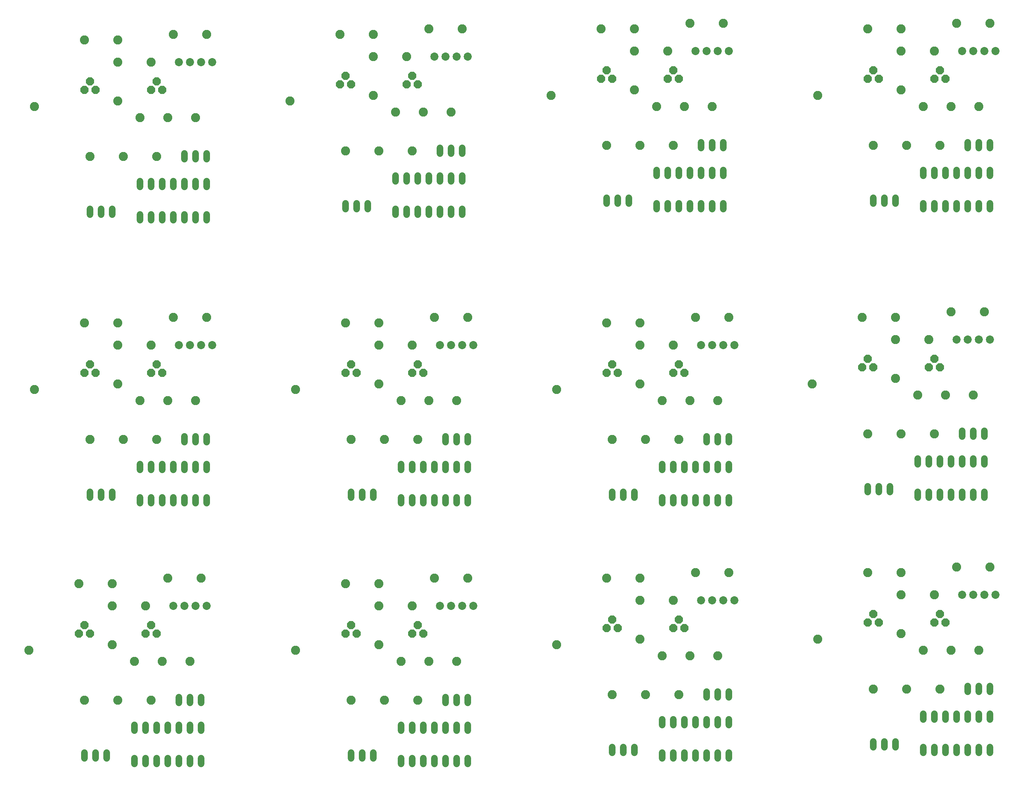
<source format=gts>
G75*
G70*
%OFA0B0*%
%FSLAX24Y24*%
%IPPOS*%
%LPD*%
%AMOC8*
5,1,8,0,0,1.08239X$1,22.5*
%
%ADD10C,0.0820*%
%ADD11C,0.0730*%
%ADD12C,0.0600*%
%ADD13OC8,0.0740*%
D10*
X010600Y010100D03*
X013600Y010100D03*
X016600Y010100D03*
X017600Y013600D03*
X015100Y013600D03*
X013100Y015100D03*
X013100Y018600D03*
X013100Y020600D03*
X010100Y020600D03*
X016100Y018600D03*
X018100Y021100D03*
X021100Y021100D03*
X029600Y014600D03*
X034600Y010100D03*
X037600Y010100D03*
X040600Y010100D03*
X041600Y013600D03*
X039100Y013600D03*
X037100Y015100D03*
X037100Y018600D03*
X037100Y020600D03*
X034100Y020600D03*
X040100Y018600D03*
X042100Y021100D03*
X045100Y021100D03*
X053100Y015100D03*
X058100Y010600D03*
X061100Y010600D03*
X064100Y010600D03*
X065100Y014100D03*
X062600Y014100D03*
X060600Y015600D03*
X060600Y019100D03*
X060600Y021100D03*
X057600Y021100D03*
X063600Y019100D03*
X065600Y021600D03*
X068600Y021600D03*
X076600Y015600D03*
X081600Y011100D03*
X084600Y011100D03*
X087600Y011100D03*
X088600Y014600D03*
X091100Y014600D03*
X086100Y014600D03*
X084100Y016100D03*
X084100Y019600D03*
X084100Y021600D03*
X081100Y021600D03*
X087100Y019600D03*
X089100Y022100D03*
X092100Y022100D03*
X087100Y034100D03*
X084100Y034100D03*
X081100Y034100D03*
X085600Y037600D03*
X083600Y039100D03*
X083600Y042600D03*
X083600Y044600D03*
X080600Y044600D03*
X086600Y042600D03*
X088600Y045100D03*
X091600Y045100D03*
X090600Y037600D03*
X088100Y037600D03*
X076100Y038600D03*
X067600Y037100D03*
X065100Y037100D03*
X062600Y037100D03*
X060600Y038600D03*
X060600Y042100D03*
X060600Y044100D03*
X057600Y044100D03*
X063600Y042100D03*
X065600Y044600D03*
X068600Y044600D03*
X064100Y033600D03*
X061100Y033600D03*
X058100Y033600D03*
X053100Y038100D03*
X044100Y037100D03*
X041600Y037100D03*
X039100Y037100D03*
X037100Y038600D03*
X037100Y042100D03*
X037100Y044100D03*
X034100Y044100D03*
X040100Y042100D03*
X042100Y044600D03*
X045100Y044600D03*
X040600Y033600D03*
X037600Y033600D03*
X034600Y033600D03*
X029600Y038100D03*
X021600Y044600D03*
X018600Y044600D03*
X016600Y042100D03*
X013600Y042100D03*
X013600Y044100D03*
X010600Y044100D03*
X013600Y038600D03*
X015600Y037100D03*
X018100Y037100D03*
X020600Y037100D03*
X017100Y033600D03*
X014100Y033600D03*
X011100Y033600D03*
X006100Y038100D03*
X011100Y059100D03*
X014100Y059100D03*
X017100Y059100D03*
X018100Y062600D03*
X020600Y062600D03*
X015600Y062600D03*
X013600Y064100D03*
X013600Y067600D03*
X013600Y069600D03*
X010600Y069600D03*
X016600Y067600D03*
X018600Y070100D03*
X021600Y070100D03*
X029100Y064100D03*
X034100Y059600D03*
X037100Y059600D03*
X040100Y059600D03*
X041100Y063100D03*
X043600Y063100D03*
X038600Y063100D03*
X036600Y064600D03*
X036600Y068100D03*
X036600Y070100D03*
X033600Y070100D03*
X039600Y068100D03*
X041600Y070600D03*
X044600Y070600D03*
X052600Y064600D03*
X057600Y060100D03*
X060600Y060100D03*
X063600Y060100D03*
X064600Y063600D03*
X062100Y063600D03*
X060100Y065100D03*
X060100Y068600D03*
X060100Y070600D03*
X063100Y068600D03*
X065100Y071100D03*
X068100Y071100D03*
X076600Y064600D03*
X081600Y060100D03*
X084600Y060100D03*
X087600Y060100D03*
X088600Y063600D03*
X091100Y063600D03*
X086100Y063600D03*
X084100Y065100D03*
X084100Y068600D03*
X084100Y070600D03*
X081100Y070600D03*
X087100Y068600D03*
X089100Y071100D03*
X092100Y071100D03*
X067100Y063600D03*
X057100Y070600D03*
X006100Y063600D03*
X005600Y014600D03*
X020100Y013600D03*
X044100Y013600D03*
X067600Y014100D03*
D11*
X067100Y019100D03*
X066100Y019100D03*
X068100Y019100D03*
X069100Y019100D03*
X089600Y019600D03*
X090600Y019600D03*
X091600Y019600D03*
X092600Y019600D03*
X092100Y042600D03*
X091100Y042600D03*
X090100Y042600D03*
X089100Y042600D03*
X069100Y042100D03*
X068100Y042100D03*
X067100Y042100D03*
X066100Y042100D03*
X045600Y042100D03*
X044600Y042100D03*
X043600Y042100D03*
X042600Y042100D03*
X022100Y042100D03*
X021100Y042100D03*
X020100Y042100D03*
X019100Y042100D03*
X018600Y018600D03*
X019600Y018600D03*
X020600Y018600D03*
X021600Y018600D03*
X042600Y018600D03*
X043600Y018600D03*
X044600Y018600D03*
X045600Y018600D03*
X045100Y068100D03*
X044100Y068100D03*
X043100Y068100D03*
X042100Y068100D03*
X022100Y067600D03*
X021100Y067600D03*
X020100Y067600D03*
X019100Y067600D03*
X065600Y068600D03*
X066600Y068600D03*
X067600Y068600D03*
X068600Y068600D03*
X089600Y068600D03*
X090600Y068600D03*
X091600Y068600D03*
X092600Y068600D03*
D12*
X010600Y005360D02*
X010600Y004840D01*
X011600Y004840D02*
X011600Y005360D01*
X012600Y005360D02*
X012600Y004840D01*
X015100Y004860D02*
X015100Y004340D01*
X016100Y004340D02*
X016100Y004860D01*
X017100Y004860D02*
X017100Y004340D01*
X018100Y004340D02*
X018100Y004860D01*
X019100Y004860D02*
X019100Y004340D01*
X020100Y004340D02*
X020100Y004860D01*
X021100Y004860D02*
X021100Y004340D01*
X021100Y007340D02*
X021100Y007860D01*
X020100Y007860D02*
X020100Y007340D01*
X019100Y007340D02*
X019100Y007860D01*
X018100Y007860D02*
X018100Y007340D01*
X017100Y007340D02*
X017100Y007860D01*
X016100Y007860D02*
X016100Y007340D01*
X015100Y007340D02*
X015100Y007860D01*
X019100Y009840D02*
X019100Y010360D01*
X020100Y010360D02*
X020100Y009840D01*
X021100Y009840D02*
X021100Y010360D01*
X034600Y005360D02*
X034600Y004840D01*
X035600Y004840D02*
X035600Y005360D01*
X036600Y005360D02*
X036600Y004840D01*
X039100Y004860D02*
X039100Y004340D01*
X040100Y004340D02*
X040100Y004860D01*
X041100Y004860D02*
X041100Y004340D01*
X042100Y004340D02*
X042100Y004860D01*
X043100Y004860D02*
X043100Y004340D01*
X044100Y004340D02*
X044100Y004860D01*
X045100Y004860D02*
X045100Y004340D01*
X045100Y007340D02*
X045100Y007860D01*
X044100Y007860D02*
X044100Y007340D01*
X043100Y007340D02*
X043100Y007860D01*
X042100Y007860D02*
X042100Y007340D01*
X041100Y007340D02*
X041100Y007860D01*
X040100Y007860D02*
X040100Y007340D01*
X039100Y007340D02*
X039100Y007860D01*
X043100Y009840D02*
X043100Y010360D01*
X044100Y010360D02*
X044100Y009840D01*
X045100Y009840D02*
X045100Y010360D01*
X058100Y005860D02*
X058100Y005340D01*
X059100Y005340D02*
X059100Y005860D01*
X060100Y005860D02*
X060100Y005340D01*
X062600Y005360D02*
X062600Y004840D01*
X063600Y004840D02*
X063600Y005360D01*
X064600Y005360D02*
X064600Y004840D01*
X065600Y004840D02*
X065600Y005360D01*
X066600Y005360D02*
X066600Y004840D01*
X067600Y004840D02*
X067600Y005360D01*
X068600Y005360D02*
X068600Y004840D01*
X068600Y007840D02*
X068600Y008360D01*
X067600Y008360D02*
X067600Y007840D01*
X066600Y007840D02*
X066600Y008360D01*
X065600Y008360D02*
X065600Y007840D01*
X064600Y007840D02*
X064600Y008360D01*
X063600Y008360D02*
X063600Y007840D01*
X062600Y007840D02*
X062600Y008360D01*
X066600Y010340D02*
X066600Y010860D01*
X067600Y010860D02*
X067600Y010340D01*
X068600Y010340D02*
X068600Y010860D01*
X081600Y006360D02*
X081600Y005840D01*
X082600Y005840D02*
X082600Y006360D01*
X083600Y006360D02*
X083600Y005840D01*
X086100Y005860D02*
X086100Y005340D01*
X087100Y005340D02*
X087100Y005860D01*
X088100Y005860D02*
X088100Y005340D01*
X089100Y005340D02*
X089100Y005860D01*
X090100Y005860D02*
X090100Y005340D01*
X091100Y005340D02*
X091100Y005860D01*
X092100Y005860D02*
X092100Y005340D01*
X092100Y008340D02*
X092100Y008860D01*
X091100Y008860D02*
X091100Y008340D01*
X090100Y008340D02*
X090100Y008860D01*
X089100Y008860D02*
X089100Y008340D01*
X088100Y008340D02*
X088100Y008860D01*
X087100Y008860D02*
X087100Y008340D01*
X086100Y008340D02*
X086100Y008860D01*
X090100Y010840D02*
X090100Y011360D01*
X091100Y011360D02*
X091100Y010840D01*
X092100Y010840D02*
X092100Y011360D01*
X091600Y028340D02*
X091600Y028860D01*
X090600Y028860D02*
X090600Y028340D01*
X089600Y028340D02*
X089600Y028860D01*
X088600Y028860D02*
X088600Y028340D01*
X087600Y028340D02*
X087600Y028860D01*
X086600Y028860D02*
X086600Y028340D01*
X085600Y028340D02*
X085600Y028860D01*
X083100Y028840D02*
X083100Y029360D01*
X082100Y029360D02*
X082100Y028840D01*
X081100Y028840D02*
X081100Y029360D01*
X085600Y031340D02*
X085600Y031860D01*
X086600Y031860D02*
X086600Y031340D01*
X087600Y031340D02*
X087600Y031860D01*
X088600Y031860D02*
X088600Y031340D01*
X089600Y031340D02*
X089600Y031860D01*
X090600Y031860D02*
X090600Y031340D01*
X091600Y031340D02*
X091600Y031860D01*
X091600Y033840D02*
X091600Y034360D01*
X090600Y034360D02*
X090600Y033840D01*
X089600Y033840D02*
X089600Y034360D01*
X068600Y033860D02*
X068600Y033340D01*
X067600Y033340D02*
X067600Y033860D01*
X066600Y033860D02*
X066600Y033340D01*
X066600Y031360D02*
X066600Y030840D01*
X065600Y030840D02*
X065600Y031360D01*
X064600Y031360D02*
X064600Y030840D01*
X063600Y030840D02*
X063600Y031360D01*
X062600Y031360D02*
X062600Y030840D01*
X060100Y028860D02*
X060100Y028340D01*
X059100Y028340D02*
X059100Y028860D01*
X058100Y028860D02*
X058100Y028340D01*
X062600Y028360D02*
X062600Y027840D01*
X063600Y027840D02*
X063600Y028360D01*
X064600Y028360D02*
X064600Y027840D01*
X065600Y027840D02*
X065600Y028360D01*
X066600Y028360D02*
X066600Y027840D01*
X067600Y027840D02*
X067600Y028360D01*
X068600Y028360D02*
X068600Y027840D01*
X068600Y030840D02*
X068600Y031360D01*
X067600Y031360D02*
X067600Y030840D01*
X045100Y030840D02*
X045100Y031360D01*
X044100Y031360D02*
X044100Y030840D01*
X043100Y030840D02*
X043100Y031360D01*
X042100Y031360D02*
X042100Y030840D01*
X041100Y030840D02*
X041100Y031360D01*
X040100Y031360D02*
X040100Y030840D01*
X039100Y030840D02*
X039100Y031360D01*
X036600Y028860D02*
X036600Y028340D01*
X035600Y028340D02*
X035600Y028860D01*
X034600Y028860D02*
X034600Y028340D01*
X039100Y028360D02*
X039100Y027840D01*
X040100Y027840D02*
X040100Y028360D01*
X041100Y028360D02*
X041100Y027840D01*
X042100Y027840D02*
X042100Y028360D01*
X043100Y028360D02*
X043100Y027840D01*
X044100Y027840D02*
X044100Y028360D01*
X045100Y028360D02*
X045100Y027840D01*
X045100Y033340D02*
X045100Y033860D01*
X044100Y033860D02*
X044100Y033340D01*
X043100Y033340D02*
X043100Y033860D01*
X021600Y033860D02*
X021600Y033340D01*
X020600Y033340D02*
X020600Y033860D01*
X019600Y033860D02*
X019600Y033340D01*
X019600Y031360D02*
X019600Y030840D01*
X018600Y030840D02*
X018600Y031360D01*
X017600Y031360D02*
X017600Y030840D01*
X016600Y030840D02*
X016600Y031360D01*
X015600Y031360D02*
X015600Y030840D01*
X013100Y028860D02*
X013100Y028340D01*
X012100Y028340D02*
X012100Y028860D01*
X011100Y028860D02*
X011100Y028340D01*
X015600Y028360D02*
X015600Y027840D01*
X016600Y027840D02*
X016600Y028360D01*
X017600Y028360D02*
X017600Y027840D01*
X018600Y027840D02*
X018600Y028360D01*
X019600Y028360D02*
X019600Y027840D01*
X020600Y027840D02*
X020600Y028360D01*
X021600Y028360D02*
X021600Y027840D01*
X021600Y030840D02*
X021600Y031360D01*
X020600Y031360D02*
X020600Y030840D01*
X020600Y053340D02*
X020600Y053860D01*
X019600Y053860D02*
X019600Y053340D01*
X018600Y053340D02*
X018600Y053860D01*
X017600Y053860D02*
X017600Y053340D01*
X016600Y053340D02*
X016600Y053860D01*
X015600Y053860D02*
X015600Y053340D01*
X013100Y053840D02*
X013100Y054360D01*
X012100Y054360D02*
X012100Y053840D01*
X011100Y053840D02*
X011100Y054360D01*
X015600Y056340D02*
X015600Y056860D01*
X016600Y056860D02*
X016600Y056340D01*
X017600Y056340D02*
X017600Y056860D01*
X018600Y056860D02*
X018600Y056340D01*
X019600Y056340D02*
X019600Y056860D01*
X020600Y056860D02*
X020600Y056340D01*
X021600Y056340D02*
X021600Y056860D01*
X021600Y058840D02*
X021600Y059360D01*
X020600Y059360D02*
X020600Y058840D01*
X019600Y058840D02*
X019600Y059360D01*
X021600Y053860D02*
X021600Y053340D01*
X034100Y054340D02*
X034100Y054860D01*
X035100Y054860D02*
X035100Y054340D01*
X036100Y054340D02*
X036100Y054860D01*
X038600Y054360D02*
X038600Y053840D01*
X039600Y053840D02*
X039600Y054360D01*
X040600Y054360D02*
X040600Y053840D01*
X041600Y053840D02*
X041600Y054360D01*
X042600Y054360D02*
X042600Y053840D01*
X043600Y053840D02*
X043600Y054360D01*
X044600Y054360D02*
X044600Y053840D01*
X044600Y056840D02*
X044600Y057360D01*
X043600Y057360D02*
X043600Y056840D01*
X042600Y056840D02*
X042600Y057360D01*
X041600Y057360D02*
X041600Y056840D01*
X040600Y056840D02*
X040600Y057360D01*
X039600Y057360D02*
X039600Y056840D01*
X038600Y056840D02*
X038600Y057360D01*
X042600Y059340D02*
X042600Y059860D01*
X043600Y059860D02*
X043600Y059340D01*
X044600Y059340D02*
X044600Y059860D01*
X057600Y055360D02*
X057600Y054840D01*
X058600Y054840D02*
X058600Y055360D01*
X059600Y055360D02*
X059600Y054840D01*
X062100Y054860D02*
X062100Y054340D01*
X063100Y054340D02*
X063100Y054860D01*
X064100Y054860D02*
X064100Y054340D01*
X065100Y054340D02*
X065100Y054860D01*
X066100Y054860D02*
X066100Y054340D01*
X067100Y054340D02*
X067100Y054860D01*
X068100Y054860D02*
X068100Y054340D01*
X068100Y057340D02*
X068100Y057860D01*
X067100Y057860D02*
X067100Y057340D01*
X066100Y057340D02*
X066100Y057860D01*
X065100Y057860D02*
X065100Y057340D01*
X064100Y057340D02*
X064100Y057860D01*
X063100Y057860D02*
X063100Y057340D01*
X062100Y057340D02*
X062100Y057860D01*
X066100Y059840D02*
X066100Y060360D01*
X067100Y060360D02*
X067100Y059840D01*
X068100Y059840D02*
X068100Y060360D01*
X081600Y055360D02*
X081600Y054840D01*
X082600Y054840D02*
X082600Y055360D01*
X083600Y055360D02*
X083600Y054840D01*
X086100Y054860D02*
X086100Y054340D01*
X087100Y054340D02*
X087100Y054860D01*
X088100Y054860D02*
X088100Y054340D01*
X089100Y054340D02*
X089100Y054860D01*
X090100Y054860D02*
X090100Y054340D01*
X091100Y054340D02*
X091100Y054860D01*
X092100Y054860D02*
X092100Y054340D01*
X092100Y057340D02*
X092100Y057860D01*
X091100Y057860D02*
X091100Y057340D01*
X090100Y057340D02*
X090100Y057860D01*
X089100Y057860D02*
X089100Y057340D01*
X088100Y057340D02*
X088100Y057860D01*
X087100Y057860D02*
X087100Y057340D01*
X086100Y057340D02*
X086100Y057860D01*
X090100Y059840D02*
X090100Y060360D01*
X091100Y060360D02*
X091100Y059840D01*
X092100Y059840D02*
X092100Y060360D01*
D13*
X088100Y066100D03*
X087600Y066850D03*
X087100Y066100D03*
X082100Y066100D03*
X081600Y066850D03*
X081100Y066100D03*
X064100Y066100D03*
X063600Y066850D03*
X063100Y066100D03*
X058100Y066100D03*
X057600Y066850D03*
X057100Y066100D03*
X040600Y065600D03*
X040100Y066350D03*
X039600Y065600D03*
X034600Y065600D03*
X034100Y066350D03*
X033600Y065600D03*
X017600Y065100D03*
X017100Y065850D03*
X016600Y065100D03*
X011600Y065100D03*
X011100Y065850D03*
X010600Y065100D03*
X011100Y040350D03*
X010600Y039600D03*
X011600Y039600D03*
X016600Y039600D03*
X017100Y040350D03*
X017600Y039600D03*
X034100Y039600D03*
X034600Y040350D03*
X035100Y039600D03*
X040100Y039600D03*
X040600Y040350D03*
X041100Y039600D03*
X057600Y039600D03*
X058100Y040350D03*
X058600Y039600D03*
X063600Y039600D03*
X064100Y040350D03*
X064600Y039600D03*
X080600Y040100D03*
X081100Y040850D03*
X081600Y040100D03*
X086600Y040100D03*
X087100Y040850D03*
X087600Y040100D03*
X087600Y017850D03*
X087100Y017100D03*
X088100Y017100D03*
X082100Y017100D03*
X081600Y017850D03*
X081100Y017100D03*
X064600Y016600D03*
X064100Y017350D03*
X063600Y016600D03*
X058600Y016600D03*
X058100Y017350D03*
X057600Y016600D03*
X041100Y016100D03*
X040600Y016850D03*
X040100Y016100D03*
X035100Y016100D03*
X034600Y016850D03*
X034100Y016100D03*
X017100Y016100D03*
X016600Y016850D03*
X016100Y016100D03*
X011100Y016100D03*
X010600Y016850D03*
X010100Y016100D03*
M02*

</source>
